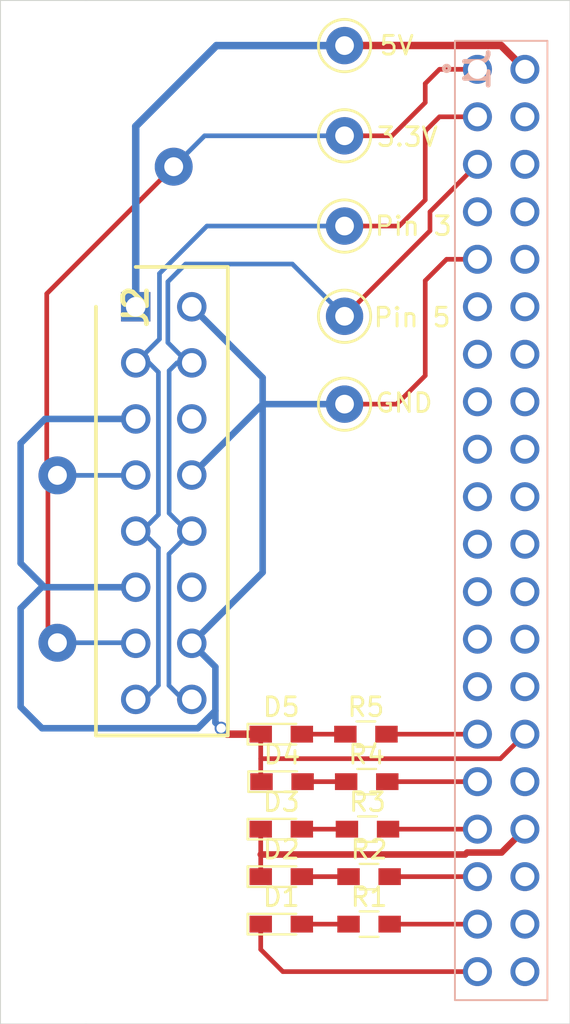
<source format=kicad_pcb>
(kicad_pcb (version 20171130) (host pcbnew "(5.1.10)-1")

  (general
    (thickness 1.6)
    (drawings 6)
    (tracks 128)
    (zones 0)
    (modules 17)
    (nets 45)
  )

  (page A4)
  (title_block
    (title "RPI 40pin-16pin converter")
    (date 2021-05-14)
    (rev 1)
    (company "Lennox International")
    (comment 1 "Kartik Deshpande")
  )

  (layers
    (0 F.Cu signal)
    (31 B.Cu signal)
    (32 B.Adhes user)
    (33 F.Adhes user)
    (34 B.Paste user)
    (35 F.Paste user)
    (36 B.SilkS user)
    (37 F.SilkS user)
    (38 B.Mask user)
    (39 F.Mask user)
    (40 Dwgs.User user)
    (41 Cmts.User user)
    (42 Eco1.User user)
    (43 Eco2.User user)
    (44 Edge.Cuts user)
    (45 Margin user)
    (46 B.CrtYd user)
    (47 F.CrtYd user)
    (48 B.Fab user)
    (49 F.Fab user)
  )

  (setup
    (last_trace_width 0.25)
    (trace_clearance 0.2)
    (zone_clearance 0.508)
    (zone_45_only no)
    (trace_min 0.2)
    (via_size 0.8)
    (via_drill 0.4)
    (via_min_size 0.4)
    (via_min_drill 0.3)
    (uvia_size 0.3)
    (uvia_drill 0.1)
    (uvias_allowed no)
    (uvia_min_size 0.2)
    (uvia_min_drill 0.1)
    (edge_width 0.05)
    (segment_width 0.2)
    (pcb_text_width 0.3)
    (pcb_text_size 1.5 1.5)
    (mod_edge_width 0.12)
    (mod_text_size 1 1)
    (mod_text_width 0.15)
    (pad_size 1.524 1.524)
    (pad_drill 0.762)
    (pad_to_mask_clearance 0)
    (aux_axis_origin 0 0)
    (visible_elements 7FFFFFFF)
    (pcbplotparams
      (layerselection 0x010fc_ffffffff)
      (usegerberextensions true)
      (usegerberattributes true)
      (usegerberadvancedattributes true)
      (creategerberjobfile true)
      (excludeedgelayer true)
      (linewidth 0.100000)
      (plotframeref false)
      (viasonmask false)
      (mode 1)
      (useauxorigin false)
      (hpglpennumber 1)
      (hpglpenspeed 20)
      (hpglpendiameter 15.000000)
      (psnegative false)
      (psa4output false)
      (plotreference true)
      (plotvalue true)
      (plotinvisibletext false)
      (padsonsilk false)
      (subtractmaskfromsilk false)
      (outputformat 1)
      (mirror false)
      (drillshape 0)
      (scaleselection 1)
      (outputdirectory "Gerber Files/"))
  )

  (net 0 "")
  (net 1 "Net-(J1-Pad1)")
  (net 2 VCC)
  (net 3 "Net-(J1-Pad3)")
  (net 4 "Net-(J1-Pad4)")
  (net 5 "Net-(J1-Pad5)")
  (net 6 GND)
  (net 7 "Net-(J1-Pad7)")
  (net 8 "Net-(J1-Pad8)")
  (net 9 "Net-(J1-Pad10)")
  (net 10 "Net-(J1-Pad11)")
  (net 11 "Net-(J1-Pad12)")
  (net 12 "Net-(J1-Pad13)")
  (net 13 "Net-(J1-Pad14)")
  (net 14 "Net-(J1-Pad15)")
  (net 15 "Net-(J1-Pad16)")
  (net 16 "Net-(J1-Pad17)")
  (net 17 "Net-(J1-Pad18)")
  (net 18 "Net-(J1-Pad19)")
  (net 19 "Net-(J1-Pad20)")
  (net 20 "Net-(J1-Pad21)")
  (net 21 "Net-(J1-Pad22)")
  (net 22 "Net-(J1-Pad23)")
  (net 23 "Net-(J1-Pad24)")
  (net 24 "Net-(J1-Pad25)")
  (net 25 "Net-(J1-Pad26)")
  (net 26 "Net-(J1-Pad27)")
  (net 27 "Net-(J1-Pad28)")
  (net 28 "Net-(J1-Pad29)")
  (net 29 "Net-(J1-Pad31)")
  (net 30 "Net-(J1-Pad32)")
  (net 31 "Net-(J1-Pad33)")
  (net 32 "Net-(J1-Pad35)")
  (net 33 "Net-(J1-Pad36)")
  (net 34 "Net-(J1-Pad37)")
  (net 35 "Net-(J1-Pad38)")
  (net 36 "Net-(J1-Pad40)")
  (net 37 "Net-(J2-Pad6)")
  (net 38 "Net-(J2-Pad12)")
  (net 39 "Net-(D1-Pad2)")
  (net 40 "Net-(D2-Pad2)")
  (net 41 "Net-(D3-Pad2)")
  (net 42 "Net-(D4-Pad2)")
  (net 43 "Net-(D5-Pad2)")
  (net 44 "Net-(J1-Pad6)")

  (net_class Default "This is the default net class."
    (clearance 0.2)
    (trace_width 0.25)
    (via_dia 0.8)
    (via_drill 0.4)
    (uvia_dia 0.3)
    (uvia_drill 0.1)
    (add_net "Net-(D1-Pad2)")
    (add_net "Net-(D2-Pad2)")
    (add_net "Net-(D3-Pad2)")
    (add_net "Net-(D4-Pad2)")
    (add_net "Net-(D5-Pad2)")
    (add_net "Net-(J1-Pad1)")
    (add_net "Net-(J1-Pad10)")
    (add_net "Net-(J1-Pad11)")
    (add_net "Net-(J1-Pad12)")
    (add_net "Net-(J1-Pad13)")
    (add_net "Net-(J1-Pad14)")
    (add_net "Net-(J1-Pad15)")
    (add_net "Net-(J1-Pad16)")
    (add_net "Net-(J1-Pad17)")
    (add_net "Net-(J1-Pad18)")
    (add_net "Net-(J1-Pad19)")
    (add_net "Net-(J1-Pad20)")
    (add_net "Net-(J1-Pad21)")
    (add_net "Net-(J1-Pad22)")
    (add_net "Net-(J1-Pad23)")
    (add_net "Net-(J1-Pad24)")
    (add_net "Net-(J1-Pad25)")
    (add_net "Net-(J1-Pad26)")
    (add_net "Net-(J1-Pad27)")
    (add_net "Net-(J1-Pad28)")
    (add_net "Net-(J1-Pad29)")
    (add_net "Net-(J1-Pad3)")
    (add_net "Net-(J1-Pad31)")
    (add_net "Net-(J1-Pad32)")
    (add_net "Net-(J1-Pad33)")
    (add_net "Net-(J1-Pad35)")
    (add_net "Net-(J1-Pad36)")
    (add_net "Net-(J1-Pad37)")
    (add_net "Net-(J1-Pad38)")
    (add_net "Net-(J1-Pad4)")
    (add_net "Net-(J1-Pad40)")
    (add_net "Net-(J1-Pad5)")
    (add_net "Net-(J1-Pad6)")
    (add_net "Net-(J1-Pad7)")
    (add_net "Net-(J1-Pad8)")
    (add_net "Net-(J2-Pad12)")
    (add_net "Net-(J2-Pad6)")
  )

  (net_class Power ""
    (clearance 0.3)
    (trace_width 0.35)
    (via_dia 0.7)
    (via_drill 0.5)
    (uvia_dia 0.3)
    (uvia_drill 0.1)
    (add_net GND)
    (add_net VCC)
  )

  (module LEDs:LED_0603_HandSoldering (layer F.Cu) (tedit 595FC9C0) (tstamp 60A67EE2)
    (at 187.114 113.03)
    (descr "LED SMD 0603, hand soldering")
    (tags "LED 0603")
    (path /60A427A5)
    (attr smd)
    (fp_text reference D1 (at 0 -1.45) (layer F.SilkS)
      (effects (font (size 1 1) (thickness 0.15)))
    )
    (fp_text value LED_ALT (at 0 1.55) (layer F.Fab)
      (effects (font (size 1 1) (thickness 0.15)))
    )
    (fp_line (start -0.8 -0.4) (end -0.8 0.4) (layer F.Fab) (width 0.1))
    (fp_line (start 1.95 0.7) (end -1.96 0.7) (layer F.CrtYd) (width 0.05))
    (fp_line (start 1.95 0.7) (end 1.95 -0.7) (layer F.CrtYd) (width 0.05))
    (fp_line (start -1.96 -0.7) (end -1.96 0.7) (layer F.CrtYd) (width 0.05))
    (fp_line (start -1.96 -0.7) (end 1.95 -0.7) (layer F.CrtYd) (width 0.05))
    (fp_line (start -1.8 -0.55) (end 0.8 -0.55) (layer F.SilkS) (width 0.12))
    (fp_line (start -1.8 0.55) (end 0.8 0.55) (layer F.SilkS) (width 0.12))
    (fp_line (start -0.8 -0.4) (end 0.8 -0.4) (layer F.Fab) (width 0.1))
    (fp_line (start 0.8 -0.4) (end 0.8 0.4) (layer F.Fab) (width 0.1))
    (fp_line (start 0.8 0.4) (end -0.8 0.4) (layer F.Fab) (width 0.1))
    (fp_line (start 0.15 -0.2) (end 0.15 0.2) (layer F.Fab) (width 0.1))
    (fp_line (start 0.15 0.2) (end -0.15 0) (layer F.Fab) (width 0.1))
    (fp_line (start -0.15 0) (end 0.15 -0.2) (layer F.Fab) (width 0.1))
    (fp_line (start -0.2 -0.2) (end -0.2 0.2) (layer F.Fab) (width 0.1))
    (fp_line (start -1.8 -0.55) (end -1.8 0.55) (layer F.SilkS) (width 0.12))
    (pad 2 smd rect (at 1.1 0) (size 1.2 0.9) (layers F.Cu F.Paste F.Mask)
      (net 39 "Net-(D1-Pad2)"))
    (pad 1 smd rect (at -1.1 0) (size 1.2 0.9) (layers F.Cu F.Paste F.Mask)
      (net 6 GND))
    (model ${KISYS3DMOD}/LEDs.3dshapes/LED_0603.wrl
      (at (xyz 0 0 0))
      (scale (xyz 1 1 1))
      (rotate (xyz 0 0 180))
    )
  )

  (module LEDs:LED_0603_HandSoldering (layer F.Cu) (tedit 595FC9C0) (tstamp 60A67EF7)
    (at 187.114 110.49)
    (descr "LED SMD 0603, hand soldering")
    (tags "LED 0603")
    (path /60A4333B)
    (attr smd)
    (fp_text reference D2 (at 0 -1.45) (layer F.SilkS)
      (effects (font (size 1 1) (thickness 0.15)))
    )
    (fp_text value LED_ALT (at 0 1.55) (layer F.Fab)
      (effects (font (size 1 1) (thickness 0.15)))
    )
    (fp_line (start -1.8 -0.55) (end -1.8 0.55) (layer F.SilkS) (width 0.12))
    (fp_line (start -0.2 -0.2) (end -0.2 0.2) (layer F.Fab) (width 0.1))
    (fp_line (start -0.15 0) (end 0.15 -0.2) (layer F.Fab) (width 0.1))
    (fp_line (start 0.15 0.2) (end -0.15 0) (layer F.Fab) (width 0.1))
    (fp_line (start 0.15 -0.2) (end 0.15 0.2) (layer F.Fab) (width 0.1))
    (fp_line (start 0.8 0.4) (end -0.8 0.4) (layer F.Fab) (width 0.1))
    (fp_line (start 0.8 -0.4) (end 0.8 0.4) (layer F.Fab) (width 0.1))
    (fp_line (start -0.8 -0.4) (end 0.8 -0.4) (layer F.Fab) (width 0.1))
    (fp_line (start -1.8 0.55) (end 0.8 0.55) (layer F.SilkS) (width 0.12))
    (fp_line (start -1.8 -0.55) (end 0.8 -0.55) (layer F.SilkS) (width 0.12))
    (fp_line (start -1.96 -0.7) (end 1.95 -0.7) (layer F.CrtYd) (width 0.05))
    (fp_line (start -1.96 -0.7) (end -1.96 0.7) (layer F.CrtYd) (width 0.05))
    (fp_line (start 1.95 0.7) (end 1.95 -0.7) (layer F.CrtYd) (width 0.05))
    (fp_line (start 1.95 0.7) (end -1.96 0.7) (layer F.CrtYd) (width 0.05))
    (fp_line (start -0.8 -0.4) (end -0.8 0.4) (layer F.Fab) (width 0.1))
    (pad 1 smd rect (at -1.1 0) (size 1.2 0.9) (layers F.Cu F.Paste F.Mask)
      (net 6 GND))
    (pad 2 smd rect (at 1.1 0) (size 1.2 0.9) (layers F.Cu F.Paste F.Mask)
      (net 40 "Net-(D2-Pad2)"))
    (model ${KISYS3DMOD}/LEDs.3dshapes/LED_0603.wrl
      (at (xyz 0 0 0))
      (scale (xyz 1 1 1))
      (rotate (xyz 0 0 180))
    )
  )

  (module LEDs:LED_0603_HandSoldering (layer F.Cu) (tedit 595FC9C0) (tstamp 60A67F0C)
    (at 187.114 107.95)
    (descr "LED SMD 0603, hand soldering")
    (tags "LED 0603")
    (path /60A43696)
    (attr smd)
    (fp_text reference D3 (at 0 -1.45) (layer F.SilkS)
      (effects (font (size 1 1) (thickness 0.15)))
    )
    (fp_text value LED_ALT (at 0 1.55) (layer F.Fab)
      (effects (font (size 1 1) (thickness 0.15)))
    )
    (fp_line (start -0.8 -0.4) (end -0.8 0.4) (layer F.Fab) (width 0.1))
    (fp_line (start 1.95 0.7) (end -1.96 0.7) (layer F.CrtYd) (width 0.05))
    (fp_line (start 1.95 0.7) (end 1.95 -0.7) (layer F.CrtYd) (width 0.05))
    (fp_line (start -1.96 -0.7) (end -1.96 0.7) (layer F.CrtYd) (width 0.05))
    (fp_line (start -1.96 -0.7) (end 1.95 -0.7) (layer F.CrtYd) (width 0.05))
    (fp_line (start -1.8 -0.55) (end 0.8 -0.55) (layer F.SilkS) (width 0.12))
    (fp_line (start -1.8 0.55) (end 0.8 0.55) (layer F.SilkS) (width 0.12))
    (fp_line (start -0.8 -0.4) (end 0.8 -0.4) (layer F.Fab) (width 0.1))
    (fp_line (start 0.8 -0.4) (end 0.8 0.4) (layer F.Fab) (width 0.1))
    (fp_line (start 0.8 0.4) (end -0.8 0.4) (layer F.Fab) (width 0.1))
    (fp_line (start 0.15 -0.2) (end 0.15 0.2) (layer F.Fab) (width 0.1))
    (fp_line (start 0.15 0.2) (end -0.15 0) (layer F.Fab) (width 0.1))
    (fp_line (start -0.15 0) (end 0.15 -0.2) (layer F.Fab) (width 0.1))
    (fp_line (start -0.2 -0.2) (end -0.2 0.2) (layer F.Fab) (width 0.1))
    (fp_line (start -1.8 -0.55) (end -1.8 0.55) (layer F.SilkS) (width 0.12))
    (pad 2 smd rect (at 1.1 0) (size 1.2 0.9) (layers F.Cu F.Paste F.Mask)
      (net 41 "Net-(D3-Pad2)"))
    (pad 1 smd rect (at -1.1 0) (size 1.2 0.9) (layers F.Cu F.Paste F.Mask)
      (net 6 GND))
    (model ${KISYS3DMOD}/LEDs.3dshapes/LED_0603.wrl
      (at (xyz 0 0 0))
      (scale (xyz 1 1 1))
      (rotate (xyz 0 0 180))
    )
  )

  (module LEDs:LED_0603_HandSoldering (layer F.Cu) (tedit 595FC9C0) (tstamp 60A67F21)
    (at 187.155 105.41)
    (descr "LED SMD 0603, hand soldering")
    (tags "LED 0603")
    (path /60A43B00)
    (attr smd)
    (fp_text reference D4 (at 0 -1.45) (layer F.SilkS)
      (effects (font (size 1 1) (thickness 0.15)))
    )
    (fp_text value LED_ALT (at 0 1.55) (layer F.Fab)
      (effects (font (size 1 1) (thickness 0.15)))
    )
    (fp_line (start -0.8 -0.4) (end -0.8 0.4) (layer F.Fab) (width 0.1))
    (fp_line (start 1.95 0.7) (end -1.96 0.7) (layer F.CrtYd) (width 0.05))
    (fp_line (start 1.95 0.7) (end 1.95 -0.7) (layer F.CrtYd) (width 0.05))
    (fp_line (start -1.96 -0.7) (end -1.96 0.7) (layer F.CrtYd) (width 0.05))
    (fp_line (start -1.96 -0.7) (end 1.95 -0.7) (layer F.CrtYd) (width 0.05))
    (fp_line (start -1.8 -0.55) (end 0.8 -0.55) (layer F.SilkS) (width 0.12))
    (fp_line (start -1.8 0.55) (end 0.8 0.55) (layer F.SilkS) (width 0.12))
    (fp_line (start -0.8 -0.4) (end 0.8 -0.4) (layer F.Fab) (width 0.1))
    (fp_line (start 0.8 -0.4) (end 0.8 0.4) (layer F.Fab) (width 0.1))
    (fp_line (start 0.8 0.4) (end -0.8 0.4) (layer F.Fab) (width 0.1))
    (fp_line (start 0.15 -0.2) (end 0.15 0.2) (layer F.Fab) (width 0.1))
    (fp_line (start 0.15 0.2) (end -0.15 0) (layer F.Fab) (width 0.1))
    (fp_line (start -0.15 0) (end 0.15 -0.2) (layer F.Fab) (width 0.1))
    (fp_line (start -0.2 -0.2) (end -0.2 0.2) (layer F.Fab) (width 0.1))
    (fp_line (start -1.8 -0.55) (end -1.8 0.55) (layer F.SilkS) (width 0.12))
    (pad 2 smd rect (at 1.1 0) (size 1.2 0.9) (layers F.Cu F.Paste F.Mask)
      (net 42 "Net-(D4-Pad2)"))
    (pad 1 smd rect (at -1.1 0) (size 1.2 0.9) (layers F.Cu F.Paste F.Mask)
      (net 6 GND))
    (model ${KISYS3DMOD}/LEDs.3dshapes/LED_0603.wrl
      (at (xyz 0 0 0))
      (scale (xyz 1 1 1))
      (rotate (xyz 0 0 180))
    )
  )

  (module LEDs:LED_0603_HandSoldering (layer F.Cu) (tedit 595FC9C0) (tstamp 60A67F36)
    (at 187.114 102.87)
    (descr "LED SMD 0603, hand soldering")
    (tags "LED 0603")
    (path /60A43F95)
    (attr smd)
    (fp_text reference D5 (at 0 -1.45) (layer F.SilkS)
      (effects (font (size 1 1) (thickness 0.15)))
    )
    (fp_text value LED_ALT (at 0 1.55) (layer F.Fab)
      (effects (font (size 1 1) (thickness 0.15)))
    )
    (fp_line (start -1.8 -0.55) (end -1.8 0.55) (layer F.SilkS) (width 0.12))
    (fp_line (start -0.2 -0.2) (end -0.2 0.2) (layer F.Fab) (width 0.1))
    (fp_line (start -0.15 0) (end 0.15 -0.2) (layer F.Fab) (width 0.1))
    (fp_line (start 0.15 0.2) (end -0.15 0) (layer F.Fab) (width 0.1))
    (fp_line (start 0.15 -0.2) (end 0.15 0.2) (layer F.Fab) (width 0.1))
    (fp_line (start 0.8 0.4) (end -0.8 0.4) (layer F.Fab) (width 0.1))
    (fp_line (start 0.8 -0.4) (end 0.8 0.4) (layer F.Fab) (width 0.1))
    (fp_line (start -0.8 -0.4) (end 0.8 -0.4) (layer F.Fab) (width 0.1))
    (fp_line (start -1.8 0.55) (end 0.8 0.55) (layer F.SilkS) (width 0.12))
    (fp_line (start -1.8 -0.55) (end 0.8 -0.55) (layer F.SilkS) (width 0.12))
    (fp_line (start -1.96 -0.7) (end 1.95 -0.7) (layer F.CrtYd) (width 0.05))
    (fp_line (start -1.96 -0.7) (end -1.96 0.7) (layer F.CrtYd) (width 0.05))
    (fp_line (start 1.95 0.7) (end 1.95 -0.7) (layer F.CrtYd) (width 0.05))
    (fp_line (start 1.95 0.7) (end -1.96 0.7) (layer F.CrtYd) (width 0.05))
    (fp_line (start -0.8 -0.4) (end -0.8 0.4) (layer F.Fab) (width 0.1))
    (pad 1 smd rect (at -1.1 0) (size 1.2 0.9) (layers F.Cu F.Paste F.Mask)
      (net 6 GND))
    (pad 2 smd rect (at 1.1 0) (size 1.2 0.9) (layers F.Cu F.Paste F.Mask)
      (net 43 "Net-(D5-Pad2)"))
    (model ${KISYS3DMOD}/LEDs.3dshapes/LED_0603.wrl
      (at (xyz 0 0 0))
      (scale (xyz 1 1 1))
      (rotate (xyz 0 0 180))
    )
  )

  (module SamacSys_Parts:SSQ-120-XX-YYY-D (layer B.Cu) (tedit 60A59157) (tstamp 60A686AF)
    (at 197.612 67.31 90)
    (descr SSQ-120-XX-YYY-D)
    (tags Connector)
    (path /609EC75F)
    (fp_text reference J1 (at 0 0 270) (layer B.SilkS)
      (effects (font (size 1.27 1.27) (thickness 0.254)) (justify mirror))
    )
    (fp_text value Conn_02x20_Odd_Even (at 0 0 270) (layer B.SilkS) hide
      (effects (font (size 1.27 1.27) (thickness 0.254)) (justify mirror))
    )
    (fp_circle (center 0.05 -1.65) (end 0.05 -1.7) (layer B.SilkS) (width 0.2))
    (fp_line (start -50.985 -2.75) (end -50.985 4.945) (layer B.CrtYd) (width 0.05))
    (fp_line (start 2.725 -2.75) (end -50.985 -2.75) (layer B.CrtYd) (width 0.05))
    (fp_line (start 2.725 4.945) (end 2.725 -2.75) (layer B.CrtYd) (width 0.05))
    (fp_line (start -50.985 4.945) (end 2.725 4.945) (layer B.CrtYd) (width 0.05))
    (fp_line (start -49.785 -1.205) (end -49.785 3.745) (layer B.SilkS) (width 0.1))
    (fp_line (start 1.525 -1.205) (end -49.785 -1.205) (layer B.SilkS) (width 0.1))
    (fp_line (start 1.525 3.745) (end 1.525 -1.205) (layer B.SilkS) (width 0.1))
    (fp_line (start -49.785 3.745) (end 1.525 3.745) (layer B.SilkS) (width 0.1))
    (fp_line (start -49.785 -1.205) (end -49.785 3.745) (layer B.Fab) (width 0.2))
    (fp_line (start 1.525 -1.205) (end -49.785 -1.205) (layer B.Fab) (width 0.2))
    (fp_line (start 1.525 3.745) (end 1.525 -1.205) (layer B.Fab) (width 0.2))
    (fp_line (start -49.785 3.745) (end 1.525 3.745) (layer B.Fab) (width 0.2))
    (fp_text user %R (at 0 0 270) (layer B.Fab)
      (effects (font (size 1.27 1.27) (thickness 0.254)) (justify mirror))
    )
    (pad 1 thru_hole circle (at 0 0 90) (size 1.55 1.55) (drill 1.02) (layers *.Cu *.Mask)
      (net 1 "Net-(J1-Pad1)"))
    (pad 2 thru_hole circle (at 0 2.54 90) (size 1.55 1.55) (drill 1.02) (layers *.Cu *.Mask)
      (net 2 VCC))
    (pad 3 thru_hole circle (at -2.54 0 90) (size 1.55 1.55) (drill 1.02) (layers *.Cu *.Mask)
      (net 3 "Net-(J1-Pad3)"))
    (pad 4 thru_hole circle (at -2.54 2.54 90) (size 1.55 1.55) (drill 1.02) (layers *.Cu *.Mask)
      (net 4 "Net-(J1-Pad4)"))
    (pad 5 thru_hole circle (at -5.08 0 90) (size 1.55 1.55) (drill 1.02) (layers *.Cu *.Mask)
      (net 5 "Net-(J1-Pad5)"))
    (pad 6 thru_hole circle (at -5.08 2.54 90) (size 1.55 1.55) (drill 1.02) (layers *.Cu *.Mask)
      (net 44 "Net-(J1-Pad6)"))
    (pad 7 thru_hole circle (at -7.62 0 90) (size 1.55 1.55) (drill 1.02) (layers *.Cu *.Mask)
      (net 7 "Net-(J1-Pad7)"))
    (pad 8 thru_hole circle (at -7.62 2.54 90) (size 1.55 1.55) (drill 1.02) (layers *.Cu *.Mask)
      (net 8 "Net-(J1-Pad8)"))
    (pad 9 thru_hole circle (at -10.16 0 90) (size 1.55 1.55) (drill 1.02) (layers *.Cu *.Mask)
      (net 6 GND))
    (pad 10 thru_hole circle (at -10.16 2.54 90) (size 1.55 1.55) (drill 1.02) (layers *.Cu *.Mask)
      (net 9 "Net-(J1-Pad10)"))
    (pad 11 thru_hole circle (at -12.7 0 90) (size 1.55 1.55) (drill 1.02) (layers *.Cu *.Mask)
      (net 10 "Net-(J1-Pad11)"))
    (pad 12 thru_hole circle (at -12.7 2.54 90) (size 1.55 1.55) (drill 1.02) (layers *.Cu *.Mask)
      (net 11 "Net-(J1-Pad12)"))
    (pad 13 thru_hole circle (at -15.24 0 90) (size 1.55 1.55) (drill 1.02) (layers *.Cu *.Mask)
      (net 12 "Net-(J1-Pad13)"))
    (pad 14 thru_hole circle (at -15.24 2.54 90) (size 1.55 1.55) (drill 1.02) (layers *.Cu *.Mask)
      (net 13 "Net-(J1-Pad14)"))
    (pad 15 thru_hole circle (at -17.78 0 90) (size 1.55 1.55) (drill 1.02) (layers *.Cu *.Mask)
      (net 14 "Net-(J1-Pad15)"))
    (pad 16 thru_hole circle (at -17.78 2.54 90) (size 1.55 1.55) (drill 1.02) (layers *.Cu *.Mask)
      (net 15 "Net-(J1-Pad16)"))
    (pad 17 thru_hole circle (at -20.32 0 90) (size 1.55 1.55) (drill 1.02) (layers *.Cu *.Mask)
      (net 16 "Net-(J1-Pad17)"))
    (pad 18 thru_hole circle (at -20.32 2.54 90) (size 1.55 1.55) (drill 1.02) (layers *.Cu *.Mask)
      (net 17 "Net-(J1-Pad18)"))
    (pad 19 thru_hole circle (at -22.86 0 90) (size 1.55 1.55) (drill 1.02) (layers *.Cu *.Mask)
      (net 18 "Net-(J1-Pad19)"))
    (pad 20 thru_hole circle (at -22.86 2.54 90) (size 1.55 1.55) (drill 1.02) (layers *.Cu *.Mask)
      (net 19 "Net-(J1-Pad20)"))
    (pad 21 thru_hole circle (at -25.4 0 90) (size 1.55 1.55) (drill 1.02) (layers *.Cu *.Mask)
      (net 20 "Net-(J1-Pad21)"))
    (pad 22 thru_hole circle (at -25.4 2.54 90) (size 1.55 1.55) (drill 1.02) (layers *.Cu *.Mask)
      (net 21 "Net-(J1-Pad22)"))
    (pad 23 thru_hole circle (at -27.94 0 90) (size 1.55 1.55) (drill 1.02) (layers *.Cu *.Mask)
      (net 22 "Net-(J1-Pad23)"))
    (pad 24 thru_hole circle (at -27.94 2.54 90) (size 1.55 1.55) (drill 1.02) (layers *.Cu *.Mask)
      (net 23 "Net-(J1-Pad24)"))
    (pad 25 thru_hole circle (at -30.48 0 90) (size 1.55 1.55) (drill 1.02) (layers *.Cu *.Mask)
      (net 24 "Net-(J1-Pad25)"))
    (pad 26 thru_hole circle (at -30.48 2.54 90) (size 1.55 1.55) (drill 1.02) (layers *.Cu *.Mask)
      (net 25 "Net-(J1-Pad26)"))
    (pad 27 thru_hole circle (at -33.02 0 90) (size 1.55 1.55) (drill 1.02) (layers *.Cu *.Mask)
      (net 26 "Net-(J1-Pad27)"))
    (pad 28 thru_hole circle (at -33.02 2.54 90) (size 1.55 1.55) (drill 1.02) (layers *.Cu *.Mask)
      (net 27 "Net-(J1-Pad28)"))
    (pad 29 thru_hole circle (at -35.56 0 90) (size 1.55 1.55) (drill 1.02) (layers *.Cu *.Mask)
      (net 28 "Net-(J1-Pad29)"))
    (pad 30 thru_hole circle (at -35.56 2.54 90) (size 1.55 1.55) (drill 1.02) (layers *.Cu *.Mask)
      (net 6 GND))
    (pad 31 thru_hole circle (at -38.1 0 90) (size 1.55 1.55) (drill 1.02) (layers *.Cu *.Mask)
      (net 29 "Net-(J1-Pad31)"))
    (pad 32 thru_hole circle (at -38.1 2.54 90) (size 1.55 1.55) (drill 1.02) (layers *.Cu *.Mask)
      (net 30 "Net-(J1-Pad32)"))
    (pad 33 thru_hole circle (at -40.64 0 90) (size 1.55 1.55) (drill 1.02) (layers *.Cu *.Mask)
      (net 31 "Net-(J1-Pad33)"))
    (pad 34 thru_hole circle (at -40.64 2.54 90) (size 1.55 1.55) (drill 1.02) (layers *.Cu *.Mask)
      (net 6 GND))
    (pad 35 thru_hole circle (at -43.18 0 90) (size 1.55 1.55) (drill 1.02) (layers *.Cu *.Mask)
      (net 32 "Net-(J1-Pad35)"))
    (pad 36 thru_hole circle (at -43.18 2.54 90) (size 1.55 1.55) (drill 1.02) (layers *.Cu *.Mask)
      (net 33 "Net-(J1-Pad36)"))
    (pad 37 thru_hole circle (at -45.72 0 90) (size 1.55 1.55) (drill 1.02) (layers *.Cu *.Mask)
      (net 34 "Net-(J1-Pad37)"))
    (pad 38 thru_hole circle (at -45.72 2.54 90) (size 1.55 1.55) (drill 1.02) (layers *.Cu *.Mask)
      (net 35 "Net-(J1-Pad38)"))
    (pad 39 thru_hole circle (at -48.26 0 90) (size 1.55 1.55) (drill 1.02) (layers *.Cu *.Mask)
      (net 6 GND))
    (pad 40 thru_hole circle (at -48.26 2.54 90) (size 1.55 1.55) (drill 1.02) (layers *.Cu *.Mask)
      (net 36 "Net-(J1-Pad40)"))
    (model "C:\\Users\\KXD19\\Downloads\\KiCad libraries\\SamacSys_Parts.3dshapes\\SSQ-120-01-L-D.stp"
      (offset (xyz -49.8 1.25 0))
      (scale (xyz 1 1 1))
      (rotate (xyz -90 0 0))
    )
  )

  (module SamacSys_Parts:RHDR16W84P300_2X8_2486X686X944P (layer F.Cu) (tedit 0) (tstamp 60A67F91)
    (at 179.324 80.01 90)
    (descr 4-794632-6)
    (tags Connector)
    (path /609F3539)
    (fp_text reference J2 (at 0 0 90) (layer F.SilkS)
      (effects (font (size 1.27 1.27) (thickness 0.254)))
    )
    (fp_text value Conn_02x08_Odd_Even (at 0 0 90) (layer F.SilkS) hide
      (effects (font (size 1.27 1.27) (thickness 0.254)))
    )
    (fp_line (start 2.38 -2.38) (end -23.18 -2.38) (layer F.CrtYd) (width 0.05))
    (fp_line (start -23.18 -2.38) (end -23.18 5.18) (layer F.CrtYd) (width 0.05))
    (fp_line (start -23.18 5.18) (end 2.38 5.18) (layer F.CrtYd) (width 0.05))
    (fp_line (start 2.38 5.18) (end 2.38 -2.38) (layer F.CrtYd) (width 0.05))
    (fp_line (start 2.13 -2.13) (end -22.93 -2.13) (layer F.Fab) (width 0.1))
    (fp_line (start -22.93 -2.13) (end -22.93 4.93) (layer F.Fab) (width 0.1))
    (fp_line (start -22.93 4.93) (end 2.13 4.93) (layer F.Fab) (width 0.1))
    (fp_line (start 2.13 4.93) (end 2.13 -2.13) (layer F.Fab) (width 0.1))
    (fp_line (start 0 -2.13) (end -22.93 -2.13) (layer F.SilkS) (width 0.2))
    (fp_line (start -22.93 -2.13) (end -22.93 4.93) (layer F.SilkS) (width 0.2))
    (fp_line (start -22.93 4.93) (end 2.13 4.93) (layer F.SilkS) (width 0.2))
    (fp_line (start 2.13 4.93) (end 2.13 0) (layer F.SilkS) (width 0.2))
    (fp_text user %R (at 0 0 90) (layer F.Fab)
      (effects (font (size 1.27 1.27) (thickness 0.254)))
    )
    (pad 1 thru_hole rect (at 0 0 90) (size 1.575 1.575) (drill 1.05) (layers *.Cu *.Mask)
      (net 2 VCC))
    (pad 2 thru_hole circle (at 0 3 90) (size 1.575 1.575) (drill 1.05) (layers *.Cu *.Mask)
      (net 6 GND))
    (pad 3 thru_hole circle (at -3 0 90) (size 1.575 1.575) (drill 1.05) (layers *.Cu *.Mask)
      (net 3 "Net-(J1-Pad3)"))
    (pad 4 thru_hole circle (at -3 3 90) (size 1.575 1.575) (drill 1.05) (layers *.Cu *.Mask)
      (net 5 "Net-(J1-Pad5)"))
    (pad 5 thru_hole circle (at -6 0 90) (size 1.575 1.575) (drill 1.05) (layers *.Cu *.Mask)
      (net 6 GND))
    (pad 6 thru_hole circle (at -6 3 90) (size 1.575 1.575) (drill 1.05) (layers *.Cu *.Mask)
      (net 37 "Net-(J2-Pad6)"))
    (pad 7 thru_hole circle (at -9 0 90) (size 1.575 1.575) (drill 1.05) (layers *.Cu *.Mask)
      (net 1 "Net-(J1-Pad1)"))
    (pad 8 thru_hole circle (at -9 3 90) (size 1.575 1.575) (drill 1.05) (layers *.Cu *.Mask)
      (net 6 GND))
    (pad 9 thru_hole circle (at -12 0 90) (size 1.575 1.575) (drill 1.05) (layers *.Cu *.Mask)
      (net 3 "Net-(J1-Pad3)"))
    (pad 10 thru_hole circle (at -12 3 90) (size 1.575 1.575) (drill 1.05) (layers *.Cu *.Mask)
      (net 5 "Net-(J1-Pad5)"))
    (pad 11 thru_hole circle (at -15 0 90) (size 1.575 1.575) (drill 1.05) (layers *.Cu *.Mask)
      (net 6 GND))
    (pad 12 thru_hole circle (at -15 3 90) (size 1.575 1.575) (drill 1.05) (layers *.Cu *.Mask)
      (net 38 "Net-(J2-Pad12)"))
    (pad 13 thru_hole circle (at -18 0 90) (size 1.575 1.575) (drill 1.05) (layers *.Cu *.Mask)
      (net 1 "Net-(J1-Pad1)"))
    (pad 14 thru_hole circle (at -18 3 90) (size 1.575 1.575) (drill 1.05) (layers *.Cu *.Mask)
      (net 6 GND))
    (pad 15 thru_hole circle (at -21 0 90) (size 1.575 1.575) (drill 1.05) (layers *.Cu *.Mask)
      (net 3 "Net-(J1-Pad3)"))
    (pad 16 thru_hole circle (at -21 3 90) (size 1.575 1.575) (drill 1.05) (layers *.Cu *.Mask)
      (net 5 "Net-(J1-Pad5)"))
    (model "C:\\Users\\KXD19\\Downloads\\KiCad libraries\\SamacSys_Parts.3dshapes\\4-794632-6.stp"
      (offset (xyz -10.39999946233783 -1.529999948411477 9.11999974859047))
      (scale (xyz 1 1 1))
      (rotate (xyz 0 0 0))
    )
  )

  (module Resistors_SMD:R_0603_HandSoldering (layer F.Cu) (tedit 58E0A804) (tstamp 60A67FA2)
    (at 191.813 113.03)
    (descr "Resistor SMD 0603, hand soldering")
    (tags "resistor 0603")
    (path /60A3F363)
    (attr smd)
    (fp_text reference R1 (at 0 -1.45) (layer F.SilkS)
      (effects (font (size 1 1) (thickness 0.15)))
    )
    (fp_text value 330 (at 0 1.55) (layer F.Fab)
      (effects (font (size 1 1) (thickness 0.15)))
    )
    (fp_line (start 1.95 0.7) (end -1.96 0.7) (layer F.CrtYd) (width 0.05))
    (fp_line (start 1.95 0.7) (end 1.95 -0.7) (layer F.CrtYd) (width 0.05))
    (fp_line (start -1.96 -0.7) (end -1.96 0.7) (layer F.CrtYd) (width 0.05))
    (fp_line (start -1.96 -0.7) (end 1.95 -0.7) (layer F.CrtYd) (width 0.05))
    (fp_line (start -0.5 -0.68) (end 0.5 -0.68) (layer F.SilkS) (width 0.12))
    (fp_line (start 0.5 0.68) (end -0.5 0.68) (layer F.SilkS) (width 0.12))
    (fp_line (start -0.8 -0.4) (end 0.8 -0.4) (layer F.Fab) (width 0.1))
    (fp_line (start 0.8 -0.4) (end 0.8 0.4) (layer F.Fab) (width 0.1))
    (fp_line (start 0.8 0.4) (end -0.8 0.4) (layer F.Fab) (width 0.1))
    (fp_line (start -0.8 0.4) (end -0.8 -0.4) (layer F.Fab) (width 0.1))
    (fp_text user %R (at 0 0) (layer F.Fab)
      (effects (font (size 0.4 0.4) (thickness 0.075)))
    )
    (pad 2 smd rect (at 1.1 0) (size 1.2 0.9) (layers F.Cu F.Paste F.Mask)
      (net 34 "Net-(J1-Pad37)"))
    (pad 1 smd rect (at -1.1 0) (size 1.2 0.9) (layers F.Cu F.Paste F.Mask)
      (net 39 "Net-(D1-Pad2)"))
    (model ${KISYS3DMOD}/Resistors_SMD.3dshapes/R_0603.wrl
      (at (xyz 0 0 0))
      (scale (xyz 1 1 1))
      (rotate (xyz 0 0 0))
    )
  )

  (module Resistors_SMD:R_0603_HandSoldering (layer F.Cu) (tedit 58E0A804) (tstamp 60A67FB3)
    (at 191.813 110.49)
    (descr "Resistor SMD 0603, hand soldering")
    (tags "resistor 0603")
    (path /60A4437D)
    (attr smd)
    (fp_text reference R2 (at 0 -1.45) (layer F.SilkS)
      (effects (font (size 1 1) (thickness 0.15)))
    )
    (fp_text value 330 (at 0 1.55) (layer F.Fab)
      (effects (font (size 1 1) (thickness 0.15)))
    )
    (fp_line (start 1.95 0.7) (end -1.96 0.7) (layer F.CrtYd) (width 0.05))
    (fp_line (start 1.95 0.7) (end 1.95 -0.7) (layer F.CrtYd) (width 0.05))
    (fp_line (start -1.96 -0.7) (end -1.96 0.7) (layer F.CrtYd) (width 0.05))
    (fp_line (start -1.96 -0.7) (end 1.95 -0.7) (layer F.CrtYd) (width 0.05))
    (fp_line (start -0.5 -0.68) (end 0.5 -0.68) (layer F.SilkS) (width 0.12))
    (fp_line (start 0.5 0.68) (end -0.5 0.68) (layer F.SilkS) (width 0.12))
    (fp_line (start -0.8 -0.4) (end 0.8 -0.4) (layer F.Fab) (width 0.1))
    (fp_line (start 0.8 -0.4) (end 0.8 0.4) (layer F.Fab) (width 0.1))
    (fp_line (start 0.8 0.4) (end -0.8 0.4) (layer F.Fab) (width 0.1))
    (fp_line (start -0.8 0.4) (end -0.8 -0.4) (layer F.Fab) (width 0.1))
    (fp_text user %R (at 0 0) (layer F.Fab)
      (effects (font (size 0.4 0.4) (thickness 0.075)))
    )
    (pad 2 smd rect (at 1.1 0) (size 1.2 0.9) (layers F.Cu F.Paste F.Mask)
      (net 32 "Net-(J1-Pad35)"))
    (pad 1 smd rect (at -1.1 0) (size 1.2 0.9) (layers F.Cu F.Paste F.Mask)
      (net 40 "Net-(D2-Pad2)"))
    (model ${KISYS3DMOD}/Resistors_SMD.3dshapes/R_0603.wrl
      (at (xyz 0 0 0))
      (scale (xyz 1 1 1))
      (rotate (xyz 0 0 0))
    )
  )

  (module Resistors_SMD:R_0603_HandSoldering (layer F.Cu) (tedit 58E0A804) (tstamp 60A67FC4)
    (at 191.727 107.95)
    (descr "Resistor SMD 0603, hand soldering")
    (tags "resistor 0603")
    (path /60A446F0)
    (attr smd)
    (fp_text reference R3 (at 0 -1.45) (layer F.SilkS)
      (effects (font (size 1 1) (thickness 0.15)))
    )
    (fp_text value 330 (at 0 1.55) (layer F.Fab)
      (effects (font (size 1 1) (thickness 0.15)))
    )
    (fp_line (start -0.8 0.4) (end -0.8 -0.4) (layer F.Fab) (width 0.1))
    (fp_line (start 0.8 0.4) (end -0.8 0.4) (layer F.Fab) (width 0.1))
    (fp_line (start 0.8 -0.4) (end 0.8 0.4) (layer F.Fab) (width 0.1))
    (fp_line (start -0.8 -0.4) (end 0.8 -0.4) (layer F.Fab) (width 0.1))
    (fp_line (start 0.5 0.68) (end -0.5 0.68) (layer F.SilkS) (width 0.12))
    (fp_line (start -0.5 -0.68) (end 0.5 -0.68) (layer F.SilkS) (width 0.12))
    (fp_line (start -1.96 -0.7) (end 1.95 -0.7) (layer F.CrtYd) (width 0.05))
    (fp_line (start -1.96 -0.7) (end -1.96 0.7) (layer F.CrtYd) (width 0.05))
    (fp_line (start 1.95 0.7) (end 1.95 -0.7) (layer F.CrtYd) (width 0.05))
    (fp_line (start 1.95 0.7) (end -1.96 0.7) (layer F.CrtYd) (width 0.05))
    (fp_text user %R (at 0 0) (layer F.Fab)
      (effects (font (size 0.4 0.4) (thickness 0.075)))
    )
    (pad 1 smd rect (at -1.1 0) (size 1.2 0.9) (layers F.Cu F.Paste F.Mask)
      (net 41 "Net-(D3-Pad2)"))
    (pad 2 smd rect (at 1.1 0) (size 1.2 0.9) (layers F.Cu F.Paste F.Mask)
      (net 31 "Net-(J1-Pad33)"))
    (model ${KISYS3DMOD}/Resistors_SMD.3dshapes/R_0603.wrl
      (at (xyz 0 0 0))
      (scale (xyz 1 1 1))
      (rotate (xyz 0 0 0))
    )
  )

  (module Resistors_SMD:R_0603_HandSoldering (layer F.Cu) (tedit 58E0A804) (tstamp 60A67FD5)
    (at 191.686 105.41)
    (descr "Resistor SMD 0603, hand soldering")
    (tags "resistor 0603")
    (path /60A44C5F)
    (attr smd)
    (fp_text reference R4 (at 0 -1.45) (layer F.SilkS)
      (effects (font (size 1 1) (thickness 0.15)))
    )
    (fp_text value 330 (at 0 1.55) (layer F.Fab)
      (effects (font (size 1 1) (thickness 0.15)))
    )
    (fp_line (start 1.95 0.7) (end -1.96 0.7) (layer F.CrtYd) (width 0.05))
    (fp_line (start 1.95 0.7) (end 1.95 -0.7) (layer F.CrtYd) (width 0.05))
    (fp_line (start -1.96 -0.7) (end -1.96 0.7) (layer F.CrtYd) (width 0.05))
    (fp_line (start -1.96 -0.7) (end 1.95 -0.7) (layer F.CrtYd) (width 0.05))
    (fp_line (start -0.5 -0.68) (end 0.5 -0.68) (layer F.SilkS) (width 0.12))
    (fp_line (start 0.5 0.68) (end -0.5 0.68) (layer F.SilkS) (width 0.12))
    (fp_line (start -0.8 -0.4) (end 0.8 -0.4) (layer F.Fab) (width 0.1))
    (fp_line (start 0.8 -0.4) (end 0.8 0.4) (layer F.Fab) (width 0.1))
    (fp_line (start 0.8 0.4) (end -0.8 0.4) (layer F.Fab) (width 0.1))
    (fp_line (start -0.8 0.4) (end -0.8 -0.4) (layer F.Fab) (width 0.1))
    (fp_text user %R (at 0 0) (layer F.Fab)
      (effects (font (size 0.4 0.4) (thickness 0.075)))
    )
    (pad 2 smd rect (at 1.1 0) (size 1.2 0.9) (layers F.Cu F.Paste F.Mask)
      (net 29 "Net-(J1-Pad31)"))
    (pad 1 smd rect (at -1.1 0) (size 1.2 0.9) (layers F.Cu F.Paste F.Mask)
      (net 42 "Net-(D4-Pad2)"))
    (model ${KISYS3DMOD}/Resistors_SMD.3dshapes/R_0603.wrl
      (at (xyz 0 0 0))
      (scale (xyz 1 1 1))
      (rotate (xyz 0 0 0))
    )
  )

  (module Resistors_SMD:R_0603_HandSoldering (layer F.Cu) (tedit 58E0A804) (tstamp 60A67FE6)
    (at 191.643 102.87)
    (descr "Resistor SMD 0603, hand soldering")
    (tags "resistor 0603")
    (path /60A44F49)
    (attr smd)
    (fp_text reference R5 (at 0 -1.45) (layer F.SilkS)
      (effects (font (size 1 1) (thickness 0.15)))
    )
    (fp_text value 330 (at 0 1.55) (layer F.Fab)
      (effects (font (size 1 1) (thickness 0.15)))
    )
    (fp_line (start -0.8 0.4) (end -0.8 -0.4) (layer F.Fab) (width 0.1))
    (fp_line (start 0.8 0.4) (end -0.8 0.4) (layer F.Fab) (width 0.1))
    (fp_line (start 0.8 -0.4) (end 0.8 0.4) (layer F.Fab) (width 0.1))
    (fp_line (start -0.8 -0.4) (end 0.8 -0.4) (layer F.Fab) (width 0.1))
    (fp_line (start 0.5 0.68) (end -0.5 0.68) (layer F.SilkS) (width 0.12))
    (fp_line (start -0.5 -0.68) (end 0.5 -0.68) (layer F.SilkS) (width 0.12))
    (fp_line (start -1.96 -0.7) (end 1.95 -0.7) (layer F.CrtYd) (width 0.05))
    (fp_line (start -1.96 -0.7) (end -1.96 0.7) (layer F.CrtYd) (width 0.05))
    (fp_line (start 1.95 0.7) (end 1.95 -0.7) (layer F.CrtYd) (width 0.05))
    (fp_line (start 1.95 0.7) (end -1.96 0.7) (layer F.CrtYd) (width 0.05))
    (fp_text user %R (at 0 0) (layer F.Fab)
      (effects (font (size 0.4 0.4) (thickness 0.075)))
    )
    (pad 1 smd rect (at -1.1 0) (size 1.2 0.9) (layers F.Cu F.Paste F.Mask)
      (net 43 "Net-(D5-Pad2)"))
    (pad 2 smd rect (at 1.1 0) (size 1.2 0.9) (layers F.Cu F.Paste F.Mask)
      (net 28 "Net-(J1-Pad29)"))
    (model ${KISYS3DMOD}/Resistors_SMD.3dshapes/R_0603.wrl
      (at (xyz 0 0 0))
      (scale (xyz 1 1 1))
      (rotate (xyz 0 0 0))
    )
  )

  (module Measurement_Points:Test_Point_Keystone_5000-5004_Miniature (layer F.Cu) (tedit 56E5DE14) (tstamp 60A67FF2)
    (at 190.5 85.217)
    (descr "Keystone Miniature THM Test Point 5000-5004, http://www.keyelco.com/product-pdf.cfm?p=1309")
    (tags "Through Hole Mount Test Points")
    (path /60A75E58)
    (attr virtual)
    (fp_text reference GND (at 3.175 -0.0635) (layer F.SilkS)
      (effects (font (size 1 1) (thickness 0.15)))
    )
    (fp_text value GND (at 0 2.5) (layer F.Fab)
      (effects (font (size 1 1) (thickness 0.15)))
    )
    (fp_circle (center 0 0) (end 1.4 0) (layer F.SilkS) (width 0.15))
    (fp_circle (center 0 0) (end 1.25 0) (layer F.Fab) (width 0.15))
    (fp_line (start -0.75 0.25) (end -0.75 -0.25) (layer F.Fab) (width 0.15))
    (fp_line (start 0.75 0.25) (end -0.75 0.25) (layer F.Fab) (width 0.15))
    (fp_line (start 0.75 -0.25) (end 0.75 0.25) (layer F.Fab) (width 0.15))
    (fp_line (start -0.75 -0.25) (end 0.75 -0.25) (layer F.Fab) (width 0.15))
    (fp_circle (center 0 0) (end 1.65 0) (layer F.CrtYd) (width 0.05))
    (pad 1 thru_hole circle (at 0 0) (size 2 2) (drill 1) (layers *.Cu *.Mask)
      (net 6 GND))
  )

  (module Measurement_Points:Test_Point_Keystone_5000-5004_Miniature (layer F.Cu) (tedit 56E5DE14) (tstamp 60A6874E)
    (at 190.5 66.04)
    (descr "Keystone Miniature THM Test Point 5000-5004, http://www.keyelco.com/product-pdf.cfm?p=1309")
    (tags "Through Hole Mount Test Points")
    (path /60A725A2)
    (attr virtual)
    (fp_text reference 5V (at 2.794 0) (layer F.SilkS)
      (effects (font (size 1 1) (thickness 0.15)))
    )
    (fp_text value 5V (at 0 2.5) (layer F.Fab)
      (effects (font (size 1 1) (thickness 0.15)))
    )
    (fp_circle (center 0 0) (end 1.65 0) (layer F.CrtYd) (width 0.05))
    (fp_line (start -0.75 -0.25) (end 0.75 -0.25) (layer F.Fab) (width 0.15))
    (fp_line (start 0.75 -0.25) (end 0.75 0.25) (layer F.Fab) (width 0.15))
    (fp_line (start 0.75 0.25) (end -0.75 0.25) (layer F.Fab) (width 0.15))
    (fp_line (start -0.75 0.25) (end -0.75 -0.25) (layer F.Fab) (width 0.15))
    (fp_circle (center 0 0) (end 1.25 0) (layer F.Fab) (width 0.15))
    (fp_circle (center 0 0) (end 1.4 0) (layer F.SilkS) (width 0.15))
    (pad 1 thru_hole circle (at 0 0) (size 2 2) (drill 1) (layers *.Cu *.Mask)
      (net 2 VCC))
  )

  (module Measurement_Points:Test_Point_Keystone_5000-5004_Miniature (layer F.Cu) (tedit 56E5DE14) (tstamp 60A6800A)
    (at 190.5 80.518)
    (descr "Keystone Miniature THM Test Point 5000-5004, http://www.keyelco.com/product-pdf.cfm?p=1309")
    (tags "Through Hole Mount Test Points")
    (path /60A67F60)
    (attr virtual)
    (fp_text reference "Pin 5" (at 3.6195 0.0635) (layer F.SilkS)
      (effects (font (size 1 1) (thickness 0.15)))
    )
    (fp_text value "Pin 5" (at 0 2.5) (layer F.Fab)
      (effects (font (size 1 1) (thickness 0.15)))
    )
    (fp_circle (center 0 0) (end 1.4 0) (layer F.SilkS) (width 0.15))
    (fp_circle (center 0 0) (end 1.25 0) (layer F.Fab) (width 0.15))
    (fp_line (start -0.75 0.25) (end -0.75 -0.25) (layer F.Fab) (width 0.15))
    (fp_line (start 0.75 0.25) (end -0.75 0.25) (layer F.Fab) (width 0.15))
    (fp_line (start 0.75 -0.25) (end 0.75 0.25) (layer F.Fab) (width 0.15))
    (fp_line (start -0.75 -0.25) (end 0.75 -0.25) (layer F.Fab) (width 0.15))
    (fp_circle (center 0 0) (end 1.65 0) (layer F.CrtYd) (width 0.05))
    (pad 1 thru_hole circle (at 0 0) (size 2 2) (drill 1) (layers *.Cu *.Mask)
      (net 5 "Net-(J1-Pad5)"))
  )

  (module Measurement_Points:Test_Point_Keystone_5000-5004_Miniature (layer F.Cu) (tedit 56E5DE14) (tstamp 60A68016)
    (at 190.5 70.866)
    (descr "Keystone Miniature THM Test Point 5000-5004, http://www.keyelco.com/product-pdf.cfm?p=1309")
    (tags "Through Hole Mount Test Points")
    (path /60A6EC3E)
    (attr virtual)
    (fp_text reference 3.3V (at 3.3655 0.0635) (layer F.SilkS)
      (effects (font (size 1 1) (thickness 0.15)))
    )
    (fp_text value 3.3V (at 0 2.5) (layer F.Fab)
      (effects (font (size 1 1) (thickness 0.15)))
    )
    (fp_circle (center 0 0) (end 1.4 0) (layer F.SilkS) (width 0.15))
    (fp_circle (center 0 0) (end 1.25 0) (layer F.Fab) (width 0.15))
    (fp_line (start -0.75 0.25) (end -0.75 -0.25) (layer F.Fab) (width 0.15))
    (fp_line (start 0.75 0.25) (end -0.75 0.25) (layer F.Fab) (width 0.15))
    (fp_line (start 0.75 -0.25) (end 0.75 0.25) (layer F.Fab) (width 0.15))
    (fp_line (start -0.75 -0.25) (end 0.75 -0.25) (layer F.Fab) (width 0.15))
    (fp_circle (center 0 0) (end 1.65 0) (layer F.CrtYd) (width 0.05))
    (pad 1 thru_hole circle (at 0 0) (size 2 2) (drill 1) (layers *.Cu *.Mask)
      (net 1 "Net-(J1-Pad1)"))
  )

  (module Measurement_Points:Test_Point_Keystone_5000-5004_Miniature (layer F.Cu) (tedit 56E5DE14) (tstamp 60A68022)
    (at 190.5 75.692)
    (descr "Keystone Miniature THM Test Point 5000-5004, http://www.keyelco.com/product-pdf.cfm?p=1309")
    (tags "Through Hole Mount Test Points")
    (path /60A6B8B5)
    (attr virtual)
    (fp_text reference "Pin 3" (at 3.683 0) (layer F.SilkS)
      (effects (font (size 1 1) (thickness 0.15)))
    )
    (fp_text value "Pin 3" (at 0 2.5) (layer F.Fab)
      (effects (font (size 1 1) (thickness 0.15)))
    )
    (fp_circle (center 0 0) (end 1.65 0) (layer F.CrtYd) (width 0.05))
    (fp_line (start -0.75 -0.25) (end 0.75 -0.25) (layer F.Fab) (width 0.15))
    (fp_line (start 0.75 -0.25) (end 0.75 0.25) (layer F.Fab) (width 0.15))
    (fp_line (start 0.75 0.25) (end -0.75 0.25) (layer F.Fab) (width 0.15))
    (fp_line (start -0.75 0.25) (end -0.75 -0.25) (layer F.Fab) (width 0.15))
    (fp_circle (center 0 0) (end 1.25 0) (layer F.Fab) (width 0.15))
    (fp_circle (center 0 0) (end 1.4 0) (layer F.SilkS) (width 0.15))
    (pad 1 thru_hole circle (at 0 0) (size 2 2) (drill 1) (layers *.Cu *.Mask)
      (net 3 "Net-(J1-Pad3)"))
  )

  (gr_line (start 172.085 118.364) (end 176.657 118.364) (layer Edge.Cuts) (width 0.05) (tstamp 60AEB456))
  (gr_line (start 172.085 63.627) (end 172.085 118.364) (layer Edge.Cuts) (width 0.05))
  (gr_line (start 176.657 63.627) (end 172.085 63.627) (layer Edge.Cuts) (width 0.05))
  (gr_line (start 176.657 63.627) (end 202.565 63.627) (layer Edge.Cuts) (width 0.05))
  (gr_line (start 202.565 118.364) (end 176.657 118.364) (layer Edge.Cuts) (width 0.05))
  (gr_line (start 202.565 63.627) (end 202.565 118.364) (layer Edge.Cuts) (width 0.05))

  (segment (start 190.5 70.866) (end 193.04 70.866) (width 0.25) (layer F.Cu) (net 1))
  (segment (start 193.04 70.866) (end 194.818 69.088) (width 0.25) (layer F.Cu) (net 1))
  (segment (start 194.818 69.088) (end 194.818 68.072) (width 0.25) (layer F.Cu) (net 1))
  (segment (start 195.58 67.31) (end 197.612 67.31) (width 0.25) (layer F.Cu) (net 1))
  (segment (start 194.818 68.072) (end 195.58 67.31) (width 0.25) (layer F.Cu) (net 1))
  (segment (start 190.5 70.866) (end 183.007 70.866) (width 0.25) (layer B.Cu) (net 1))
  (segment (start 179.324 97.548002) (end 179.324 98.01) (width 0.25) (layer B.Cu) (net 1))
  (via (at 181.356 72.517) (size 2.03) (drill 1.01) (layers F.Cu B.Cu) (net 1))
  (segment (start 183.007 70.866) (end 181.356 72.517) (width 0.25) (layer B.Cu) (net 1))
  (segment (start 181.356 72.517) (end 174.5615 79.3115) (width 0.25) (layer F.Cu) (net 1))
  (segment (start 174.5615 79.3115) (end 174.5615 86.233) (width 0.25) (layer F.Cu) (net 1))
  (via (at 175.133 89.027) (size 2.03) (drill 1.01) (layers F.Cu B.Cu) (net 1))
  (segment (start 174.5615 88.4555) (end 175.133 89.027) (width 0.25) (layer F.Cu) (net 1))
  (segment (start 174.5615 86.233) (end 174.5615 88.4555) (width 0.25) (layer F.Cu) (net 1))
  (segment (start 179.307 89.027) (end 179.324 89.01) (width 0.25) (layer B.Cu) (net 1))
  (segment (start 175.133 89.027) (end 179.307 89.027) (width 0.25) (layer B.Cu) (net 1))
  (segment (start 175.133 89.027) (end 174.625 89.535) (width 0.25) (layer F.Cu) (net 1))
  (via (at 175.133 97.9805) (size 2.03) (drill 1.01) (layers F.Cu B.Cu) (net 1))
  (segment (start 174.625 97.4725) (end 175.133 97.9805) (width 0.25) (layer F.Cu) (net 1))
  (segment (start 174.625 89.535) (end 174.625 97.4725) (width 0.25) (layer F.Cu) (net 1))
  (segment (start 179.2945 97.9805) (end 179.324 98.01) (width 0.25) (layer B.Cu) (net 1))
  (segment (start 175.133 97.9805) (end 179.2945 97.9805) (width 0.25) (layer B.Cu) (net 1))
  (segment (start 200.152 67.31) (end 200.152 66.675) (width 0.25) (layer F.Cu) (net 2))
  (segment (start 190.505001 66.034999) (end 190.5 66.04) (width 0.4) (layer F.Cu) (net 2))
  (segment (start 198.876999 66.034999) (end 190.505001 66.034999) (width 0.4) (layer F.Cu) (net 2))
  (segment (start 200.152 67.31) (end 198.876999 66.034999) (width 0.4) (layer F.Cu) (net 2))
  (segment (start 179.439999 79.894001) (end 179.324 80.01) (width 0.4) (layer F.Cu) (net 2))
  (segment (start 179.324 70.358) (end 179.324 80.01) (width 0.4) (layer B.Cu) (net 2))
  (segment (start 183.642 66.04) (end 179.324 70.358) (width 0.4) (layer B.Cu) (net 2))
  (segment (start 190.5 66.04) (end 183.642 66.04) (width 0.4) (layer B.Cu) (net 2))
  (segment (start 179.324 83.01) (end 179.657 83.01) (width 0.25) (layer F.Cu) (net 3))
  (segment (start 179.709002 92.01) (end 179.324 92.01) (width 0.25) (layer F.Cu) (net 3))
  (segment (start 179.324 101.01) (end 179.914 101.01) (width 0.25) (layer F.Cu) (net 3))
  (segment (start 190.5 75.692) (end 193.421 75.692) (width 0.25) (layer F.Cu) (net 3))
  (segment (start 193.421 75.692) (end 194.818 74.295) (width 0.25) (layer F.Cu) (net 3))
  (segment (start 194.818 74.295) (end 194.818 70.612) (width 0.25) (layer F.Cu) (net 3))
  (segment (start 195.58 69.85) (end 197.612 69.85) (width 0.25) (layer F.Cu) (net 3))
  (segment (start 194.818 70.612) (end 195.58 69.85) (width 0.25) (layer F.Cu) (net 3))
  (segment (start 180.594 81.74) (end 179.324 83.01) (width 0.25) (layer B.Cu) (net 3))
  (segment (start 180.594 78.232) (end 180.594 81.74) (width 0.25) (layer B.Cu) (net 3))
  (segment (start 183.134 75.692) (end 180.594 78.232) (width 0.25) (layer B.Cu) (net 3))
  (segment (start 190.5 75.692) (end 183.134 75.692) (width 0.25) (layer B.Cu) (net 3))
  (segment (start 179.324 83.01) (end 180.038 83.01) (width 0.25) (layer B.Cu) (net 3))
  (segment (start 180.536501 83.508501) (end 180.536501 91.128501) (width 0.25) (layer B.Cu) (net 3))
  (segment (start 180.038 83.01) (end 180.536501 83.508501) (width 0.25) (layer B.Cu) (net 3))
  (segment (start 179.655002 92.01) (end 179.324 92.01) (width 0.25) (layer F.Cu) (net 3))
  (segment (start 180.536501 91.128501) (end 179.655002 92.01) (width 0.25) (layer B.Cu) (net 3))
  (segment (start 179.324 101.01) (end 179.787 101.01) (width 0.25) (layer F.Cu) (net 3))
  (segment (start 180.536501 100.260499) (end 180.536501 92.906501) (width 0.25) (layer B.Cu) (net 3))
  (segment (start 179.787 101.01) (end 180.536501 100.260499) (width 0.25) (layer B.Cu) (net 3))
  (segment (start 179.64 92.01) (end 179.324 92.01) (width 0.25) (layer F.Cu) (net 3))
  (segment (start 180.536501 92.906501) (end 179.64 92.01) (width 0.25) (layer B.Cu) (net 3))
  (segment (start 182.324 83.01) (end 182.039 83.01) (width 0.25) (layer F.Cu) (net 5))
  (segment (start 181.926 92.01) (end 182.324 92.01) (width 0.25) (layer F.Cu) (net 5))
  (segment (start 182.324 101.01) (end 181.655 101.01) (width 0.25) (layer F.Cu) (net 5))
  (segment (start 190.5 80.518) (end 193.802 77.216) (width 0.25) (layer F.Cu) (net 5))
  (segment (start 197.612 72.39) (end 195.072 74.93) (width 0.25) (layer F.Cu) (net 5))
  (segment (start 195.072 75.946) (end 193.802 77.216) (width 0.25) (layer F.Cu) (net 5))
  (segment (start 195.072 74.93) (end 195.072 75.946) (width 0.25) (layer F.Cu) (net 5))
  (segment (start 190.5 80.518) (end 187.706 77.724) (width 0.25) (layer B.Cu) (net 5))
  (segment (start 187.706 77.724) (end 181.991 77.724) (width 0.25) (layer B.Cu) (net 5))
  (segment (start 181.04401 78.67099) (end 181.04401 81.9264) (width 0.25) (layer B.Cu) (net 5))
  (segment (start 181.991 77.724) (end 181.04401 78.67099) (width 0.25) (layer B.Cu) (net 5))
  (segment (start 182.12761 83.01) (end 182.324 83.01) (width 0.25) (layer F.Cu) (net 5))
  (segment (start 181.04401 81.9264) (end 182.12761 83.01) (width 0.25) (layer B.Cu) (net 5))
  (segment (start 182.324 83.01) (end 181.531 83.01) (width 0.25) (layer B.Cu) (net 5))
  (segment (start 181.111499 83.429501) (end 181.111499 91.049501) (width 0.25) (layer B.Cu) (net 5))
  (segment (start 182.071998 92.01) (end 182.324 92.01) (width 0.25) (layer F.Cu) (net 5))
  (segment (start 181.111499 91.049501) (end 182.071998 92.01) (width 0.25) (layer B.Cu) (net 5))
  (segment (start 182.324 101.01) (end 181.8455 101.01) (width 0.25) (layer F.Cu) (net 5))
  (segment (start 181.8455 101.01) (end 181.102 100.2665) (width 0.25) (layer B.Cu) (net 5))
  (segment (start 181.102 93.232) (end 182.324 92.01) (width 0.25) (layer B.Cu) (net 5))
  (segment (start 181.102 100.2665) (end 181.102 93.232) (width 0.25) (layer B.Cu) (net 5))
  (segment (start 181.111499 83.429501) (end 181.531 83.01) (width 0.25) (layer B.Cu) (net 5))
  (segment (start 190.5 85.217) (end 193.294 85.217) (width 0.25) (layer F.Cu) (net 6))
  (segment (start 193.294 85.217) (end 194.818 83.693) (width 0.25) (layer F.Cu) (net 6))
  (segment (start 194.818 83.693) (end 194.818 78.613) (width 0.25) (layer F.Cu) (net 6))
  (segment (start 194.818 78.613) (end 195.961 77.47) (width 0.25) (layer F.Cu) (net 6))
  (segment (start 195.961 77.47) (end 197.612 77.47) (width 0.25) (layer F.Cu) (net 6))
  (segment (start 186.014 113.03) (end 186.014 114.386) (width 0.25) (layer F.Cu) (net 6))
  (segment (start 187.198 115.57) (end 197.612 115.57) (width 0.25) (layer F.Cu) (net 6))
  (segment (start 186.014 114.386) (end 187.198 115.57) (width 0.25) (layer F.Cu) (net 6))
  (segment (start 186.014 107.95) (end 186.014 109.306) (width 0.25) (layer F.Cu) (net 6))
  (segment (start 186.014 109.306) (end 186.014 110.49) (width 0.25) (layer F.Cu) (net 6))
  (segment (start 186.014 105.369) (end 186.055 105.41) (width 0.25) (layer F.Cu) (net 6))
  (segment (start 198.841 104.181) (end 200.152 102.87) (width 0.25) (layer F.Cu) (net 6))
  (segment (start 186.014 104.181) (end 198.841 104.181) (width 0.25) (layer F.Cu) (net 6))
  (segment (start 186.014 102.87) (end 186.014 104.181) (width 0.25) (layer F.Cu) (net 6))
  (segment (start 186.014 104.181) (end 186.014 105.369) (width 0.25) (layer F.Cu) (net 6))
  (segment (start 186.014 102.87) (end 184.2135 102.87) (width 0.4) (layer F.Cu) (net 6))
  (segment (start 183.896 102.5525) (end 183.896 102.489) (width 0.4) (layer F.Cu) (net 6))
  (segment (start 184.2135 102.87) (end 183.896 102.5525) (width 0.4) (layer F.Cu) (net 6))
  (segment (start 198.901999 109.200001) (end 200.152 107.95) (width 0.35) (layer F.Cu) (net 6))
  (segment (start 197.060499 109.200001) (end 198.901999 109.200001) (width 0.35) (layer F.Cu) (net 6))
  (segment (start 196.9545 109.306) (end 197.060499 109.200001) (width 0.35) (layer F.Cu) (net 6))
  (segment (start 186.014 109.306) (end 196.9545 109.306) (width 0.35) (layer F.Cu) (net 6))
  (segment (start 186.117 85.217) (end 182.324 89.01) (width 0.35) (layer B.Cu) (net 6))
  (segment (start 190.5 85.217) (end 186.117 85.217) (width 0.35) (layer B.Cu) (net 6))
  (segment (start 186.117 83.803) (end 186.117 85.217) (width 0.35) (layer B.Cu) (net 6))
  (segment (start 182.324 80.01) (end 186.117 83.803) (width 0.35) (layer B.Cu) (net 6))
  (segment (start 186.117 94.217) (end 186.117 85.217) (width 0.35) (layer B.Cu) (net 6))
  (segment (start 182.324 98.01) (end 186.117 94.217) (width 0.35) (layer B.Cu) (net 6))
  (segment (start 183.586501 99.272501) (end 183.586501 101.616001) (width 0.35) (layer B.Cu) (net 6))
  (segment (start 182.324 98.01) (end 183.586501 99.272501) (width 0.35) (layer B.Cu) (net 6))
  (via (at 183.896 102.5525) (size 0.7) (drill 0.5) (layers F.Cu B.Cu) (net 6))
  (segment (start 183.586501 102.243001) (end 183.896 102.5525) (width 0.35) (layer B.Cu) (net 6))
  (segment (start 183.586501 101.616001) (end 183.586501 102.243001) (width 0.35) (layer B.Cu) (net 6))
  (segment (start 179.324 86.01) (end 174.467 86.01) (width 0.35) (layer B.Cu) (net 6))
  (segment (start 174.467 86.01) (end 173.1645 87.3125) (width 0.35) (layer B.Cu) (net 6))
  (segment (start 173.1645 87.3125) (end 173.1645 93.726) (width 0.35) (layer B.Cu) (net 6))
  (segment (start 174.4485 95.01) (end 179.324 95.01) (width 0.35) (layer B.Cu) (net 6))
  (segment (start 173.1645 93.726) (end 174.4485 95.01) (width 0.35) (layer B.Cu) (net 6))
  (segment (start 174.3075 102.5525) (end 182.650002 102.5525) (width 0.35) (layer B.Cu) (net 6))
  (segment (start 173.1645 101.4095) (end 174.3075 102.5525) (width 0.35) (layer B.Cu) (net 6))
  (segment (start 173.1645 96.139) (end 173.1645 101.4095) (width 0.35) (layer B.Cu) (net 6))
  (segment (start 174.2935 95.01) (end 173.1645 96.139) (width 0.35) (layer B.Cu) (net 6))
  (segment (start 182.650002 102.5525) (end 183.586501 101.616001) (width 0.35) (layer B.Cu) (net 6))
  (segment (start 174.4485 95.01) (end 174.2935 95.01) (width 0.35) (layer B.Cu) (net 6))
  (segment (start 197.612 102.87) (end 192.743 102.87) (width 0.25) (layer F.Cu) (net 28))
  (segment (start 192.786 105.41) (end 197.612 105.41) (width 0.25) (layer F.Cu) (net 29))
  (segment (start 197.612 107.95) (end 192.827 107.95) (width 0.25) (layer F.Cu) (net 31))
  (segment (start 192.913 110.49) (end 197.612 110.49) (width 0.25) (layer F.Cu) (net 32))
  (segment (start 197.612 113.03) (end 192.913 113.03) (width 0.25) (layer F.Cu) (net 34))
  (segment (start 190.713 113.03) (end 188.214 113.03) (width 0.25) (layer F.Cu) (net 39))
  (segment (start 188.214 110.49) (end 190.713 110.49) (width 0.25) (layer F.Cu) (net 40))
  (segment (start 190.627 107.95) (end 188.214 107.95) (width 0.25) (layer F.Cu) (net 41))
  (segment (start 188.255 105.41) (end 190.586 105.41) (width 0.25) (layer F.Cu) (net 42))
  (segment (start 190.543 102.87) (end 188.214 102.87) (width 0.25) (layer F.Cu) (net 43))

)

</source>
